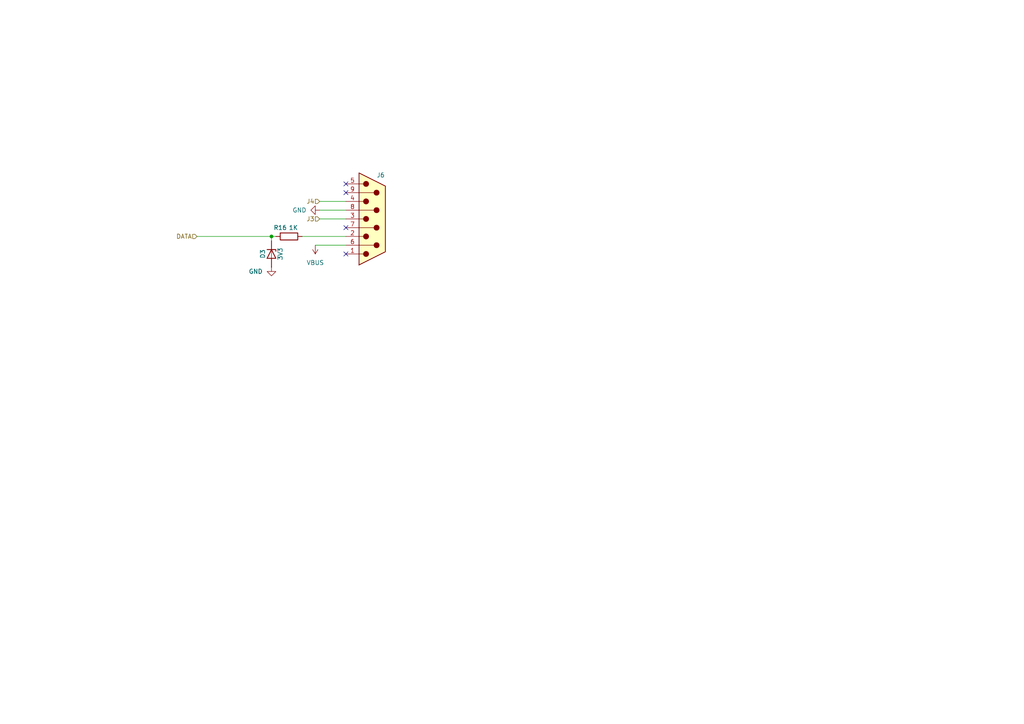
<source format=kicad_sch>
(kicad_sch (version 20250114) (generator "eeschema") (generator_version "9.0")
  (paper "A4")
  (title_block (title "MiniFRANK RM1E") (date "2025-04-15") (rev "${VERSION}") (company "Mikhail Matveev") (comment 1 "https://github.com/xtremespb/frank"))
  (lib_symbols
    (symbol "Device:D_Zener" (pin_numbers (hide yes)) (pin_names (offset 1.016) (hide yes))
      (property "Reference" "D" (at 0 2.54 0))
      (property "Value" "D_Zener" (at 0 -2.54 0))
      (symbol "D_Zener_0_1"
        (polyline (pts (xy -1.27 -1.27) (xy -1.27 1.27) (xy -0.762 1.27)) (stroke (width 0.254)))
        (polyline (pts (xy 1.27 0) (xy -1.27 0)))
        (polyline (pts (xy 1.27 -1.27) (xy 1.27 1.27) (xy -1.27 0) (xy 1.27 -1.27)) (stroke (width 0.254)))
      )
      (symbol "D_Zener_1_1"
        (pin passive line (at -3.81 0 0) (length 2.54) (name "K") (number "1"))
        (pin passive line (at 3.81 0 180) (length 2.54) (name "A") (number "2"))
      )
    )
    (symbol "Device:R" (pin_numbers (hide yes)) (pin_names (offset 0))
      (property "Reference" "R" (at 2.032 0 90))
      (property "Value" "R" (at 0 0 90))
      (symbol "R_0_1"
        (rectangle (start -1.016 -2.54) (end 1.016 2.54) (stroke (width 0.254)))
      )
      (symbol "R_1_1"
        (pin passive line (at 0 3.81 270) (length 1.27) (name "~") (number "1"))
        (pin passive line (at 0 -3.81 90) (length 1.27) (name "~") (number "2"))
      )
    )
    (symbol "FRANK:DB9_Male_Small" (pin_names (offset 1.016) (hide yes))
      (property "Reference" "JOY1" (at 1.27 12.7 0))
      (symbol "DB9_Male_Small_0_1"
        (polyline (pts (xy -3.81 10.16) (xy -2.54 10.16)))
        (polyline (pts (xy -3.81 7.62) (xy 0.508 7.62)))
        (polyline (pts (xy -3.81 5.08) (xy -2.54 5.08)))
        (polyline (pts (xy -3.81 2.54) (xy 0.508 2.54)))
        (polyline (pts (xy -3.81 0) (xy -2.54 0)))
        (polyline (pts (xy -3.81 -2.54) (xy 0.508 -2.54)))
        (polyline (pts (xy -3.81 -5.08) (xy -2.54 -5.08)))
        (polyline (pts (xy -3.81 -7.62) (xy 0.508 -7.62)))
        (polyline (pts (xy -3.81 -10.16) (xy -2.54 -10.16)))
        (polyline (pts (xy -3.81 -13.335) (xy -3.81 13.335) (xy 3.81 9.525) (xy 3.81 -9.525) (xy -3.81 -13.335)) (stroke (width 0.254)) (fill (type background)))
        (circle (center -1.778 10.16) (radius 0.762) (fill (type outline)))
        (circle (center -1.778 5.08) (radius 0.762) (fill (type outline)))
        (circle (center -1.778 0) (radius 0.762) (fill (type outline)))
        (circle (center -1.778 -5.08) (radius 0.762) (fill (type outline)))
        (circle (center -1.778 -10.16) (radius 0.762) (fill (type outline)))
        (circle (center 1.27 7.62) (radius 0.762) (fill (type outline)))
        (circle (center 1.27 2.54) (radius 0.762) (fill (type outline)))
        (circle (center 1.27 -2.54) (radius 0.762) (fill (type outline)))
        (circle (center 1.27 -7.62) (radius 0.762) (fill (type outline)))
      )
      (symbol "DB9_Male_Small_1_1"
        (pin passive line (at -7.62 10.16 0) (length 3.81) (name "5") (number "5"))
        (pin passive line (at -7.62 7.62 0) (length 3.81) (name "9") (number "9"))
        (pin passive line (at -7.62 5.08 0) (length 3.81) (name "4") (number "4"))
        (pin passive line (at -7.62 2.54 0) (length 3.81) (name "8") (number "8"))
        (pin passive line (at -7.62 0 0) (length 3.81) (name "3") (number "3"))
        (pin passive line (at -7.62 -2.54 0) (length 3.81) (name "7") (number "7"))
        (pin passive line (at -7.62 -5.08 0) (length 3.81) (name "2") (number "2"))
        (pin passive line (at -7.62 -7.62 0) (length 3.81) (name "6") (number "6"))
        (pin passive line (at -7.62 -10.16 0) (length 3.81) (name "1") (number "1"))
      )
    )
    (symbol "GND_1" (power) (pin_numbers (hide yes)) (pin_names (offset 0) (hide yes))
      (property "Value" "GND" (at 0 -3.81 0))
      (symbol "GND_1_0_1"
        (polyline (pts (xy 0 0) (xy 0 -1.27) (xy 1.27 -1.27) (xy 0 -2.54) (xy -1.27 -1.27) (xy 0 -1.27)))
      )
      (symbol "GND_1_1_1"
        (pin power_in line (at 0 0 270) (length 0) (name "~") (number "1"))
      )
    )
    (symbol "power:GND" (power) (pin_numbers (hide yes)) (pin_names (offset 0) (hide yes))
      (property "Value" "GND" (at 0 -3.81 0))
      (symbol "GND_0_1"
        (polyline (pts (xy 0 0) (xy 0 -1.27) (xy 1.27 -1.27) (xy 0 -2.54) (xy -1.27 -1.27) (xy 0 -1.27)))
      )
      (symbol "GND_1_1"
        (pin power_in line (at 0 0 270) (length 0) (name "~") (number "1"))
      )
    )
    (symbol "power:VBUS" (power) (pin_numbers (hide yes)) (pin_names (offset 0) (hide yes))
      (property "Value" "VBUS" (at 0 3.556 0))
      (symbol "VBUS_0_1"
        (polyline (pts (xy -0.762 1.27) (xy 0 2.54)))
        (polyline (pts (xy 0 2.54) (xy 0.762 1.27)))
        (polyline (pts (xy 0 0) (xy 0 2.54)))
      )
      (symbol "VBUS_1_1"
        (pin power_in line (at 0 0 90) (length 0) (name "~") (number "1"))
      )
    )
  )
  (junction (at 78.74 68.58))
  (no_connect (at 100.33 55.88))
  (no_connect (at 100.33 53.34))
  (no_connect (at 100.33 66.04))
  (no_connect (at 100.33 73.66))
  (wire (pts (xy 92.71 63.5) (xy 100.33 63.5)))
  (wire (pts (xy 92.71 58.42) (xy 100.33 58.42)))
  (wire (pts (xy 91.44 71.12) (xy 100.33 71.12)))
  (wire (pts (xy 78.74 68.58) (xy 78.74 69.85)))
  (wire (pts (xy 57.15 68.58) (xy 78.74 68.58)))
  (wire (pts (xy 80.01 68.58) (xy 78.74 68.58)))
  (wire (pts (xy 92.71 60.96) (xy 100.33 60.96)))
  (wire (pts (xy 87.63 68.58) (xy 100.33 68.58)))
  (hierarchical_label "J4" (shape input) (at 92.71 58.42 180))
  (hierarchical_label "J3" (shape input) (at 92.71 63.5 180))
  (hierarchical_label "DATA" (shape input) (at 57.15 68.58 180))
  (symbol (lib_id "power:GND") (at 78.74 77.47 0) (unit 1)
    (property "Reference" "#PWR048" (effects (hide yes)))
    (property "Value" "GND" (at 76.2 78.74 0) (effects (justify right)))
    (property "Description" "Power symbol creates a global label with name \"GND\" , ground" (effects (hide yes)))
  )
  (symbol (lib_id "Device:D_Zener") (at 78.74 73.66 270) (unit 1)
    (property "Reference" "D3" (at 76.2 73.66 0))
    (property "Value" "3V3" (at 81.28 73.66 0))
    (property "Footprint" "FRANK:Diode (SOD-523)" (effects (hide yes)))
    (property "Datasheet" "https://www.vishay.com/docs/83335/bzx384g.pdf" (effects (hide yes)))
    (property "AliExpress" "https://www.aliexpress.com/item/1005006143480992.html" (effects (hide yes)))
  )
  (symbol (lib_id "power:VBUS") (at 91.44 71.12 180) (unit 1)
    (property "Reference" "#PWR047" (effects (hide yes)))
    (property "Value" "VBUS" (at 91.44 76.2 0))
    (property "Description" "Power symbol creates a global label with name \"VBUS\"" (effects (hide yes)))
  )
  (symbol (lib_id "FRANK:DB9_Male_Small") (at 107.95 63.5 0) (unit 1)
    (property "Reference" "J6" (at 109.22 50.8 0) (effects (justify left)))
    (property "Value" "D-SUB 9 Male" (effects (hide yes)))
    (property "Footprint" "FRANK:D-SUB (9 pin, male, top mount)" (effects (hide yes)))
    (property "Datasheet" "https://eu.mouser.com/datasheet/2/578/original-3313093.pdf" (effects (hide yes)))
    (property "AliExpress" "https://www.aliexpress.com/item/4001214300548.html" (effects (hide yes)))
  )
  (symbol (lib_name "GND_1") (lib_id "power:GND") (at 92.71 60.96 270) (unit 1)
    (property "Reference" "#PWR046" (effects (hide yes)))
    (property "Value" "GND" (at 88.9 60.9599 90) (effects (justify right)))
    (property "Description" "Power symbol creates a global label with name \"GND\" , ground" (effects (hide yes)))
  )
  (symbol (lib_id "Device:R") (at 83.82 68.58 90) (unit 1)
    (property "Reference" "R16" (at 81.28 66.04 90))
    (property "Value" "1K" (at 85.09 66.04 90))
    (property "Footprint" "FRANK:Resistor (0402)" (effects (hide yes)))
    (property "Datasheet" "https://www.vishay.com/docs/28952/mcs0402at-mct0603at-mcu0805at-mca1206at.pdf" (effects (hide yes)))
    (property "AliExpress" "https://www.aliexpress.com/item/1005005945735199.html" (effects (hide yes)))
  )
)
</source>
